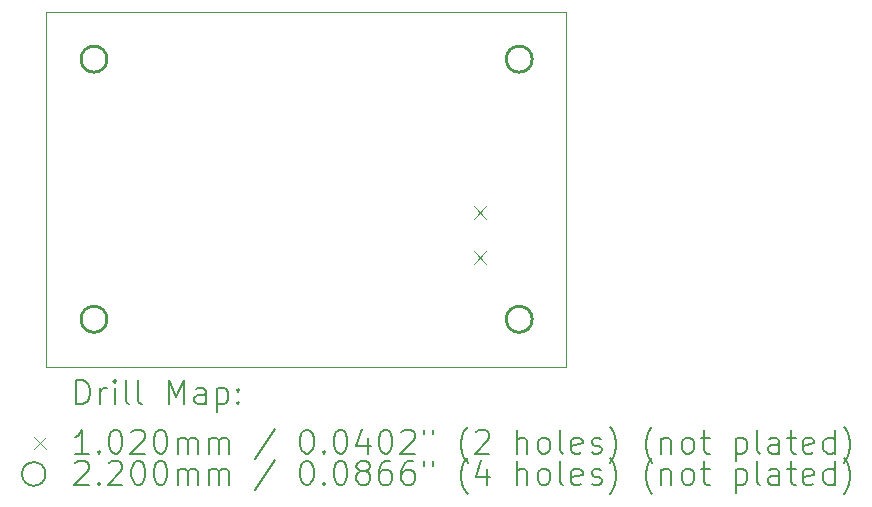
<source format=gbr>
%TF.GenerationSoftware,KiCad,Pcbnew,8.0.2*%
%TF.CreationDate,2025-01-07T01:24:53-05:00*%
%TF.ProjectId,Transimpedence,5472616e-7369-46d7-9065-64656e63652e,rev?*%
%TF.SameCoordinates,Original*%
%TF.FileFunction,Drillmap*%
%TF.FilePolarity,Positive*%
%FSLAX45Y45*%
G04 Gerber Fmt 4.5, Leading zero omitted, Abs format (unit mm)*
G04 Created by KiCad (PCBNEW 8.0.2) date 2025-01-07 01:24:53*
%MOMM*%
%LPD*%
G01*
G04 APERTURE LIST*
%ADD10C,0.100000*%
%ADD11C,0.200000*%
%ADD12C,0.102000*%
%ADD13C,0.220000*%
G04 APERTURE END LIST*
D10*
X1995000Y-2000000D02*
X6395000Y-2000000D01*
X6395000Y-5000000D01*
X1995000Y-5000000D01*
X1995000Y-2000000D01*
D11*
D12*
X5613200Y-3644700D02*
X5715200Y-3746700D01*
X5715200Y-3644700D02*
X5613200Y-3746700D01*
X5613200Y-4025700D02*
X5715200Y-4127700D01*
X5715200Y-4025700D02*
X5613200Y-4127700D01*
D13*
X2510000Y-2397760D02*
G75*
G02*
X2290000Y-2397760I-110000J0D01*
G01*
X2290000Y-2397760D02*
G75*
G02*
X2510000Y-2397760I110000J0D01*
G01*
X2510000Y-4600000D02*
G75*
G02*
X2290000Y-4600000I-110000J0D01*
G01*
X2290000Y-4600000D02*
G75*
G02*
X2510000Y-4600000I110000J0D01*
G01*
X6110000Y-2397760D02*
G75*
G02*
X5890000Y-2397760I-110000J0D01*
G01*
X5890000Y-2397760D02*
G75*
G02*
X6110000Y-2397760I110000J0D01*
G01*
X6110000Y-4600000D02*
G75*
G02*
X5890000Y-4600000I-110000J0D01*
G01*
X5890000Y-4600000D02*
G75*
G02*
X6110000Y-4600000I110000J0D01*
G01*
D11*
X2250777Y-5316484D02*
X2250777Y-5116484D01*
X2250777Y-5116484D02*
X2298396Y-5116484D01*
X2298396Y-5116484D02*
X2326967Y-5126008D01*
X2326967Y-5126008D02*
X2346015Y-5145055D01*
X2346015Y-5145055D02*
X2355539Y-5164103D01*
X2355539Y-5164103D02*
X2365063Y-5202198D01*
X2365063Y-5202198D02*
X2365063Y-5230770D01*
X2365063Y-5230770D02*
X2355539Y-5268865D01*
X2355539Y-5268865D02*
X2346015Y-5287912D01*
X2346015Y-5287912D02*
X2326967Y-5306960D01*
X2326967Y-5306960D02*
X2298396Y-5316484D01*
X2298396Y-5316484D02*
X2250777Y-5316484D01*
X2450777Y-5316484D02*
X2450777Y-5183150D01*
X2450777Y-5221246D02*
X2460301Y-5202198D01*
X2460301Y-5202198D02*
X2469824Y-5192674D01*
X2469824Y-5192674D02*
X2488872Y-5183150D01*
X2488872Y-5183150D02*
X2507920Y-5183150D01*
X2574586Y-5316484D02*
X2574586Y-5183150D01*
X2574586Y-5116484D02*
X2565063Y-5126008D01*
X2565063Y-5126008D02*
X2574586Y-5135531D01*
X2574586Y-5135531D02*
X2584110Y-5126008D01*
X2584110Y-5126008D02*
X2574586Y-5116484D01*
X2574586Y-5116484D02*
X2574586Y-5135531D01*
X2698396Y-5316484D02*
X2679348Y-5306960D01*
X2679348Y-5306960D02*
X2669824Y-5287912D01*
X2669824Y-5287912D02*
X2669824Y-5116484D01*
X2803158Y-5316484D02*
X2784110Y-5306960D01*
X2784110Y-5306960D02*
X2774586Y-5287912D01*
X2774586Y-5287912D02*
X2774586Y-5116484D01*
X3031729Y-5316484D02*
X3031729Y-5116484D01*
X3031729Y-5116484D02*
X3098396Y-5259341D01*
X3098396Y-5259341D02*
X3165062Y-5116484D01*
X3165062Y-5116484D02*
X3165062Y-5316484D01*
X3346015Y-5316484D02*
X3346015Y-5211722D01*
X3346015Y-5211722D02*
X3336491Y-5192674D01*
X3336491Y-5192674D02*
X3317443Y-5183150D01*
X3317443Y-5183150D02*
X3279348Y-5183150D01*
X3279348Y-5183150D02*
X3260301Y-5192674D01*
X3346015Y-5306960D02*
X3326967Y-5316484D01*
X3326967Y-5316484D02*
X3279348Y-5316484D01*
X3279348Y-5316484D02*
X3260301Y-5306960D01*
X3260301Y-5306960D02*
X3250777Y-5287912D01*
X3250777Y-5287912D02*
X3250777Y-5268865D01*
X3250777Y-5268865D02*
X3260301Y-5249817D01*
X3260301Y-5249817D02*
X3279348Y-5240293D01*
X3279348Y-5240293D02*
X3326967Y-5240293D01*
X3326967Y-5240293D02*
X3346015Y-5230770D01*
X3441253Y-5183150D02*
X3441253Y-5383150D01*
X3441253Y-5192674D02*
X3460301Y-5183150D01*
X3460301Y-5183150D02*
X3498396Y-5183150D01*
X3498396Y-5183150D02*
X3517443Y-5192674D01*
X3517443Y-5192674D02*
X3526967Y-5202198D01*
X3526967Y-5202198D02*
X3536491Y-5221246D01*
X3536491Y-5221246D02*
X3536491Y-5278389D01*
X3536491Y-5278389D02*
X3526967Y-5297436D01*
X3526967Y-5297436D02*
X3517443Y-5306960D01*
X3517443Y-5306960D02*
X3498396Y-5316484D01*
X3498396Y-5316484D02*
X3460301Y-5316484D01*
X3460301Y-5316484D02*
X3441253Y-5306960D01*
X3622205Y-5297436D02*
X3631729Y-5306960D01*
X3631729Y-5306960D02*
X3622205Y-5316484D01*
X3622205Y-5316484D02*
X3612682Y-5306960D01*
X3612682Y-5306960D02*
X3622205Y-5297436D01*
X3622205Y-5297436D02*
X3622205Y-5316484D01*
X3622205Y-5192674D02*
X3631729Y-5202198D01*
X3631729Y-5202198D02*
X3622205Y-5211722D01*
X3622205Y-5211722D02*
X3612682Y-5202198D01*
X3612682Y-5202198D02*
X3622205Y-5192674D01*
X3622205Y-5192674D02*
X3622205Y-5211722D01*
D12*
X1888000Y-5594000D02*
X1990000Y-5696000D01*
X1990000Y-5594000D02*
X1888000Y-5696000D01*
D11*
X2355539Y-5736484D02*
X2241253Y-5736484D01*
X2298396Y-5736484D02*
X2298396Y-5536484D01*
X2298396Y-5536484D02*
X2279348Y-5565055D01*
X2279348Y-5565055D02*
X2260301Y-5584103D01*
X2260301Y-5584103D02*
X2241253Y-5593627D01*
X2441253Y-5717436D02*
X2450777Y-5726960D01*
X2450777Y-5726960D02*
X2441253Y-5736484D01*
X2441253Y-5736484D02*
X2431729Y-5726960D01*
X2431729Y-5726960D02*
X2441253Y-5717436D01*
X2441253Y-5717436D02*
X2441253Y-5736484D01*
X2574586Y-5536484D02*
X2593634Y-5536484D01*
X2593634Y-5536484D02*
X2612682Y-5546008D01*
X2612682Y-5546008D02*
X2622205Y-5555531D01*
X2622205Y-5555531D02*
X2631729Y-5574579D01*
X2631729Y-5574579D02*
X2641253Y-5612674D01*
X2641253Y-5612674D02*
X2641253Y-5660293D01*
X2641253Y-5660293D02*
X2631729Y-5698388D01*
X2631729Y-5698388D02*
X2622205Y-5717436D01*
X2622205Y-5717436D02*
X2612682Y-5726960D01*
X2612682Y-5726960D02*
X2593634Y-5736484D01*
X2593634Y-5736484D02*
X2574586Y-5736484D01*
X2574586Y-5736484D02*
X2555539Y-5726960D01*
X2555539Y-5726960D02*
X2546015Y-5717436D01*
X2546015Y-5717436D02*
X2536491Y-5698388D01*
X2536491Y-5698388D02*
X2526967Y-5660293D01*
X2526967Y-5660293D02*
X2526967Y-5612674D01*
X2526967Y-5612674D02*
X2536491Y-5574579D01*
X2536491Y-5574579D02*
X2546015Y-5555531D01*
X2546015Y-5555531D02*
X2555539Y-5546008D01*
X2555539Y-5546008D02*
X2574586Y-5536484D01*
X2717444Y-5555531D02*
X2726967Y-5546008D01*
X2726967Y-5546008D02*
X2746015Y-5536484D01*
X2746015Y-5536484D02*
X2793634Y-5536484D01*
X2793634Y-5536484D02*
X2812682Y-5546008D01*
X2812682Y-5546008D02*
X2822205Y-5555531D01*
X2822205Y-5555531D02*
X2831729Y-5574579D01*
X2831729Y-5574579D02*
X2831729Y-5593627D01*
X2831729Y-5593627D02*
X2822205Y-5622198D01*
X2822205Y-5622198D02*
X2707920Y-5736484D01*
X2707920Y-5736484D02*
X2831729Y-5736484D01*
X2955539Y-5536484D02*
X2974586Y-5536484D01*
X2974586Y-5536484D02*
X2993634Y-5546008D01*
X2993634Y-5546008D02*
X3003158Y-5555531D01*
X3003158Y-5555531D02*
X3012682Y-5574579D01*
X3012682Y-5574579D02*
X3022205Y-5612674D01*
X3022205Y-5612674D02*
X3022205Y-5660293D01*
X3022205Y-5660293D02*
X3012682Y-5698388D01*
X3012682Y-5698388D02*
X3003158Y-5717436D01*
X3003158Y-5717436D02*
X2993634Y-5726960D01*
X2993634Y-5726960D02*
X2974586Y-5736484D01*
X2974586Y-5736484D02*
X2955539Y-5736484D01*
X2955539Y-5736484D02*
X2936491Y-5726960D01*
X2936491Y-5726960D02*
X2926967Y-5717436D01*
X2926967Y-5717436D02*
X2917443Y-5698388D01*
X2917443Y-5698388D02*
X2907920Y-5660293D01*
X2907920Y-5660293D02*
X2907920Y-5612674D01*
X2907920Y-5612674D02*
X2917443Y-5574579D01*
X2917443Y-5574579D02*
X2926967Y-5555531D01*
X2926967Y-5555531D02*
X2936491Y-5546008D01*
X2936491Y-5546008D02*
X2955539Y-5536484D01*
X3107920Y-5736484D02*
X3107920Y-5603150D01*
X3107920Y-5622198D02*
X3117443Y-5612674D01*
X3117443Y-5612674D02*
X3136491Y-5603150D01*
X3136491Y-5603150D02*
X3165063Y-5603150D01*
X3165063Y-5603150D02*
X3184110Y-5612674D01*
X3184110Y-5612674D02*
X3193634Y-5631722D01*
X3193634Y-5631722D02*
X3193634Y-5736484D01*
X3193634Y-5631722D02*
X3203158Y-5612674D01*
X3203158Y-5612674D02*
X3222205Y-5603150D01*
X3222205Y-5603150D02*
X3250777Y-5603150D01*
X3250777Y-5603150D02*
X3269824Y-5612674D01*
X3269824Y-5612674D02*
X3279348Y-5631722D01*
X3279348Y-5631722D02*
X3279348Y-5736484D01*
X3374586Y-5736484D02*
X3374586Y-5603150D01*
X3374586Y-5622198D02*
X3384110Y-5612674D01*
X3384110Y-5612674D02*
X3403158Y-5603150D01*
X3403158Y-5603150D02*
X3431729Y-5603150D01*
X3431729Y-5603150D02*
X3450777Y-5612674D01*
X3450777Y-5612674D02*
X3460301Y-5631722D01*
X3460301Y-5631722D02*
X3460301Y-5736484D01*
X3460301Y-5631722D02*
X3469824Y-5612674D01*
X3469824Y-5612674D02*
X3488872Y-5603150D01*
X3488872Y-5603150D02*
X3517443Y-5603150D01*
X3517443Y-5603150D02*
X3536491Y-5612674D01*
X3536491Y-5612674D02*
X3546015Y-5631722D01*
X3546015Y-5631722D02*
X3546015Y-5736484D01*
X3936491Y-5526960D02*
X3765063Y-5784103D01*
X4193634Y-5536484D02*
X4212682Y-5536484D01*
X4212682Y-5536484D02*
X4231729Y-5546008D01*
X4231729Y-5546008D02*
X4241253Y-5555531D01*
X4241253Y-5555531D02*
X4250777Y-5574579D01*
X4250777Y-5574579D02*
X4260301Y-5612674D01*
X4260301Y-5612674D02*
X4260301Y-5660293D01*
X4260301Y-5660293D02*
X4250777Y-5698388D01*
X4250777Y-5698388D02*
X4241253Y-5717436D01*
X4241253Y-5717436D02*
X4231729Y-5726960D01*
X4231729Y-5726960D02*
X4212682Y-5736484D01*
X4212682Y-5736484D02*
X4193634Y-5736484D01*
X4193634Y-5736484D02*
X4174586Y-5726960D01*
X4174586Y-5726960D02*
X4165063Y-5717436D01*
X4165063Y-5717436D02*
X4155539Y-5698388D01*
X4155539Y-5698388D02*
X4146015Y-5660293D01*
X4146015Y-5660293D02*
X4146015Y-5612674D01*
X4146015Y-5612674D02*
X4155539Y-5574579D01*
X4155539Y-5574579D02*
X4165063Y-5555531D01*
X4165063Y-5555531D02*
X4174586Y-5546008D01*
X4174586Y-5546008D02*
X4193634Y-5536484D01*
X4346015Y-5717436D02*
X4355539Y-5726960D01*
X4355539Y-5726960D02*
X4346015Y-5736484D01*
X4346015Y-5736484D02*
X4336491Y-5726960D01*
X4336491Y-5726960D02*
X4346015Y-5717436D01*
X4346015Y-5717436D02*
X4346015Y-5736484D01*
X4479348Y-5536484D02*
X4498396Y-5536484D01*
X4498396Y-5536484D02*
X4517444Y-5546008D01*
X4517444Y-5546008D02*
X4526968Y-5555531D01*
X4526968Y-5555531D02*
X4536491Y-5574579D01*
X4536491Y-5574579D02*
X4546015Y-5612674D01*
X4546015Y-5612674D02*
X4546015Y-5660293D01*
X4546015Y-5660293D02*
X4536491Y-5698388D01*
X4536491Y-5698388D02*
X4526968Y-5717436D01*
X4526968Y-5717436D02*
X4517444Y-5726960D01*
X4517444Y-5726960D02*
X4498396Y-5736484D01*
X4498396Y-5736484D02*
X4479348Y-5736484D01*
X4479348Y-5736484D02*
X4460301Y-5726960D01*
X4460301Y-5726960D02*
X4450777Y-5717436D01*
X4450777Y-5717436D02*
X4441253Y-5698388D01*
X4441253Y-5698388D02*
X4431729Y-5660293D01*
X4431729Y-5660293D02*
X4431729Y-5612674D01*
X4431729Y-5612674D02*
X4441253Y-5574579D01*
X4441253Y-5574579D02*
X4450777Y-5555531D01*
X4450777Y-5555531D02*
X4460301Y-5546008D01*
X4460301Y-5546008D02*
X4479348Y-5536484D01*
X4717444Y-5603150D02*
X4717444Y-5736484D01*
X4669825Y-5526960D02*
X4622206Y-5669817D01*
X4622206Y-5669817D02*
X4746015Y-5669817D01*
X4860301Y-5536484D02*
X4879349Y-5536484D01*
X4879349Y-5536484D02*
X4898396Y-5546008D01*
X4898396Y-5546008D02*
X4907920Y-5555531D01*
X4907920Y-5555531D02*
X4917444Y-5574579D01*
X4917444Y-5574579D02*
X4926968Y-5612674D01*
X4926968Y-5612674D02*
X4926968Y-5660293D01*
X4926968Y-5660293D02*
X4917444Y-5698388D01*
X4917444Y-5698388D02*
X4907920Y-5717436D01*
X4907920Y-5717436D02*
X4898396Y-5726960D01*
X4898396Y-5726960D02*
X4879349Y-5736484D01*
X4879349Y-5736484D02*
X4860301Y-5736484D01*
X4860301Y-5736484D02*
X4841253Y-5726960D01*
X4841253Y-5726960D02*
X4831729Y-5717436D01*
X4831729Y-5717436D02*
X4822206Y-5698388D01*
X4822206Y-5698388D02*
X4812682Y-5660293D01*
X4812682Y-5660293D02*
X4812682Y-5612674D01*
X4812682Y-5612674D02*
X4822206Y-5574579D01*
X4822206Y-5574579D02*
X4831729Y-5555531D01*
X4831729Y-5555531D02*
X4841253Y-5546008D01*
X4841253Y-5546008D02*
X4860301Y-5536484D01*
X5003158Y-5555531D02*
X5012682Y-5546008D01*
X5012682Y-5546008D02*
X5031729Y-5536484D01*
X5031729Y-5536484D02*
X5079349Y-5536484D01*
X5079349Y-5536484D02*
X5098396Y-5546008D01*
X5098396Y-5546008D02*
X5107920Y-5555531D01*
X5107920Y-5555531D02*
X5117444Y-5574579D01*
X5117444Y-5574579D02*
X5117444Y-5593627D01*
X5117444Y-5593627D02*
X5107920Y-5622198D01*
X5107920Y-5622198D02*
X4993634Y-5736484D01*
X4993634Y-5736484D02*
X5117444Y-5736484D01*
X5193634Y-5536484D02*
X5193634Y-5574579D01*
X5269825Y-5536484D02*
X5269825Y-5574579D01*
X5565063Y-5812674D02*
X5555539Y-5803150D01*
X5555539Y-5803150D02*
X5536491Y-5774579D01*
X5536491Y-5774579D02*
X5526968Y-5755531D01*
X5526968Y-5755531D02*
X5517444Y-5726960D01*
X5517444Y-5726960D02*
X5507920Y-5679341D01*
X5507920Y-5679341D02*
X5507920Y-5641246D01*
X5507920Y-5641246D02*
X5517444Y-5593627D01*
X5517444Y-5593627D02*
X5526968Y-5565055D01*
X5526968Y-5565055D02*
X5536491Y-5546008D01*
X5536491Y-5546008D02*
X5555539Y-5517436D01*
X5555539Y-5517436D02*
X5565063Y-5507912D01*
X5631729Y-5555531D02*
X5641253Y-5546008D01*
X5641253Y-5546008D02*
X5660301Y-5536484D01*
X5660301Y-5536484D02*
X5707920Y-5536484D01*
X5707920Y-5536484D02*
X5726968Y-5546008D01*
X5726968Y-5546008D02*
X5736491Y-5555531D01*
X5736491Y-5555531D02*
X5746015Y-5574579D01*
X5746015Y-5574579D02*
X5746015Y-5593627D01*
X5746015Y-5593627D02*
X5736491Y-5622198D01*
X5736491Y-5622198D02*
X5622206Y-5736484D01*
X5622206Y-5736484D02*
X5746015Y-5736484D01*
X5984110Y-5736484D02*
X5984110Y-5536484D01*
X6069825Y-5736484D02*
X6069825Y-5631722D01*
X6069825Y-5631722D02*
X6060301Y-5612674D01*
X6060301Y-5612674D02*
X6041253Y-5603150D01*
X6041253Y-5603150D02*
X6012682Y-5603150D01*
X6012682Y-5603150D02*
X5993634Y-5612674D01*
X5993634Y-5612674D02*
X5984110Y-5622198D01*
X6193634Y-5736484D02*
X6174587Y-5726960D01*
X6174587Y-5726960D02*
X6165063Y-5717436D01*
X6165063Y-5717436D02*
X6155539Y-5698388D01*
X6155539Y-5698388D02*
X6155539Y-5641246D01*
X6155539Y-5641246D02*
X6165063Y-5622198D01*
X6165063Y-5622198D02*
X6174587Y-5612674D01*
X6174587Y-5612674D02*
X6193634Y-5603150D01*
X6193634Y-5603150D02*
X6222206Y-5603150D01*
X6222206Y-5603150D02*
X6241253Y-5612674D01*
X6241253Y-5612674D02*
X6250777Y-5622198D01*
X6250777Y-5622198D02*
X6260301Y-5641246D01*
X6260301Y-5641246D02*
X6260301Y-5698388D01*
X6260301Y-5698388D02*
X6250777Y-5717436D01*
X6250777Y-5717436D02*
X6241253Y-5726960D01*
X6241253Y-5726960D02*
X6222206Y-5736484D01*
X6222206Y-5736484D02*
X6193634Y-5736484D01*
X6374587Y-5736484D02*
X6355539Y-5726960D01*
X6355539Y-5726960D02*
X6346015Y-5707912D01*
X6346015Y-5707912D02*
X6346015Y-5536484D01*
X6526968Y-5726960D02*
X6507920Y-5736484D01*
X6507920Y-5736484D02*
X6469825Y-5736484D01*
X6469825Y-5736484D02*
X6450777Y-5726960D01*
X6450777Y-5726960D02*
X6441253Y-5707912D01*
X6441253Y-5707912D02*
X6441253Y-5631722D01*
X6441253Y-5631722D02*
X6450777Y-5612674D01*
X6450777Y-5612674D02*
X6469825Y-5603150D01*
X6469825Y-5603150D02*
X6507920Y-5603150D01*
X6507920Y-5603150D02*
X6526968Y-5612674D01*
X6526968Y-5612674D02*
X6536491Y-5631722D01*
X6536491Y-5631722D02*
X6536491Y-5650769D01*
X6536491Y-5650769D02*
X6441253Y-5669817D01*
X6612682Y-5726960D02*
X6631730Y-5736484D01*
X6631730Y-5736484D02*
X6669825Y-5736484D01*
X6669825Y-5736484D02*
X6688872Y-5726960D01*
X6688872Y-5726960D02*
X6698396Y-5707912D01*
X6698396Y-5707912D02*
X6698396Y-5698388D01*
X6698396Y-5698388D02*
X6688872Y-5679341D01*
X6688872Y-5679341D02*
X6669825Y-5669817D01*
X6669825Y-5669817D02*
X6641253Y-5669817D01*
X6641253Y-5669817D02*
X6622206Y-5660293D01*
X6622206Y-5660293D02*
X6612682Y-5641246D01*
X6612682Y-5641246D02*
X6612682Y-5631722D01*
X6612682Y-5631722D02*
X6622206Y-5612674D01*
X6622206Y-5612674D02*
X6641253Y-5603150D01*
X6641253Y-5603150D02*
X6669825Y-5603150D01*
X6669825Y-5603150D02*
X6688872Y-5612674D01*
X6765063Y-5812674D02*
X6774587Y-5803150D01*
X6774587Y-5803150D02*
X6793634Y-5774579D01*
X6793634Y-5774579D02*
X6803158Y-5755531D01*
X6803158Y-5755531D02*
X6812682Y-5726960D01*
X6812682Y-5726960D02*
X6822206Y-5679341D01*
X6822206Y-5679341D02*
X6822206Y-5641246D01*
X6822206Y-5641246D02*
X6812682Y-5593627D01*
X6812682Y-5593627D02*
X6803158Y-5565055D01*
X6803158Y-5565055D02*
X6793634Y-5546008D01*
X6793634Y-5546008D02*
X6774587Y-5517436D01*
X6774587Y-5517436D02*
X6765063Y-5507912D01*
X7126968Y-5812674D02*
X7117444Y-5803150D01*
X7117444Y-5803150D02*
X7098396Y-5774579D01*
X7098396Y-5774579D02*
X7088872Y-5755531D01*
X7088872Y-5755531D02*
X7079349Y-5726960D01*
X7079349Y-5726960D02*
X7069825Y-5679341D01*
X7069825Y-5679341D02*
X7069825Y-5641246D01*
X7069825Y-5641246D02*
X7079349Y-5593627D01*
X7079349Y-5593627D02*
X7088872Y-5565055D01*
X7088872Y-5565055D02*
X7098396Y-5546008D01*
X7098396Y-5546008D02*
X7117444Y-5517436D01*
X7117444Y-5517436D02*
X7126968Y-5507912D01*
X7203158Y-5603150D02*
X7203158Y-5736484D01*
X7203158Y-5622198D02*
X7212682Y-5612674D01*
X7212682Y-5612674D02*
X7231730Y-5603150D01*
X7231730Y-5603150D02*
X7260301Y-5603150D01*
X7260301Y-5603150D02*
X7279349Y-5612674D01*
X7279349Y-5612674D02*
X7288872Y-5631722D01*
X7288872Y-5631722D02*
X7288872Y-5736484D01*
X7412682Y-5736484D02*
X7393634Y-5726960D01*
X7393634Y-5726960D02*
X7384111Y-5717436D01*
X7384111Y-5717436D02*
X7374587Y-5698388D01*
X7374587Y-5698388D02*
X7374587Y-5641246D01*
X7374587Y-5641246D02*
X7384111Y-5622198D01*
X7384111Y-5622198D02*
X7393634Y-5612674D01*
X7393634Y-5612674D02*
X7412682Y-5603150D01*
X7412682Y-5603150D02*
X7441253Y-5603150D01*
X7441253Y-5603150D02*
X7460301Y-5612674D01*
X7460301Y-5612674D02*
X7469825Y-5622198D01*
X7469825Y-5622198D02*
X7479349Y-5641246D01*
X7479349Y-5641246D02*
X7479349Y-5698388D01*
X7479349Y-5698388D02*
X7469825Y-5717436D01*
X7469825Y-5717436D02*
X7460301Y-5726960D01*
X7460301Y-5726960D02*
X7441253Y-5736484D01*
X7441253Y-5736484D02*
X7412682Y-5736484D01*
X7536492Y-5603150D02*
X7612682Y-5603150D01*
X7565063Y-5536484D02*
X7565063Y-5707912D01*
X7565063Y-5707912D02*
X7574587Y-5726960D01*
X7574587Y-5726960D02*
X7593634Y-5736484D01*
X7593634Y-5736484D02*
X7612682Y-5736484D01*
X7831730Y-5603150D02*
X7831730Y-5803150D01*
X7831730Y-5612674D02*
X7850777Y-5603150D01*
X7850777Y-5603150D02*
X7888873Y-5603150D01*
X7888873Y-5603150D02*
X7907920Y-5612674D01*
X7907920Y-5612674D02*
X7917444Y-5622198D01*
X7917444Y-5622198D02*
X7926968Y-5641246D01*
X7926968Y-5641246D02*
X7926968Y-5698388D01*
X7926968Y-5698388D02*
X7917444Y-5717436D01*
X7917444Y-5717436D02*
X7907920Y-5726960D01*
X7907920Y-5726960D02*
X7888873Y-5736484D01*
X7888873Y-5736484D02*
X7850777Y-5736484D01*
X7850777Y-5736484D02*
X7831730Y-5726960D01*
X8041253Y-5736484D02*
X8022206Y-5726960D01*
X8022206Y-5726960D02*
X8012682Y-5707912D01*
X8012682Y-5707912D02*
X8012682Y-5536484D01*
X8203158Y-5736484D02*
X8203158Y-5631722D01*
X8203158Y-5631722D02*
X8193634Y-5612674D01*
X8193634Y-5612674D02*
X8174587Y-5603150D01*
X8174587Y-5603150D02*
X8136492Y-5603150D01*
X8136492Y-5603150D02*
X8117444Y-5612674D01*
X8203158Y-5726960D02*
X8184111Y-5736484D01*
X8184111Y-5736484D02*
X8136492Y-5736484D01*
X8136492Y-5736484D02*
X8117444Y-5726960D01*
X8117444Y-5726960D02*
X8107920Y-5707912D01*
X8107920Y-5707912D02*
X8107920Y-5688865D01*
X8107920Y-5688865D02*
X8117444Y-5669817D01*
X8117444Y-5669817D02*
X8136492Y-5660293D01*
X8136492Y-5660293D02*
X8184111Y-5660293D01*
X8184111Y-5660293D02*
X8203158Y-5650769D01*
X8269825Y-5603150D02*
X8346015Y-5603150D01*
X8298396Y-5536484D02*
X8298396Y-5707912D01*
X8298396Y-5707912D02*
X8307920Y-5726960D01*
X8307920Y-5726960D02*
X8326968Y-5736484D01*
X8326968Y-5736484D02*
X8346015Y-5736484D01*
X8488873Y-5726960D02*
X8469825Y-5736484D01*
X8469825Y-5736484D02*
X8431730Y-5736484D01*
X8431730Y-5736484D02*
X8412682Y-5726960D01*
X8412682Y-5726960D02*
X8403158Y-5707912D01*
X8403158Y-5707912D02*
X8403158Y-5631722D01*
X8403158Y-5631722D02*
X8412682Y-5612674D01*
X8412682Y-5612674D02*
X8431730Y-5603150D01*
X8431730Y-5603150D02*
X8469825Y-5603150D01*
X8469825Y-5603150D02*
X8488873Y-5612674D01*
X8488873Y-5612674D02*
X8498396Y-5631722D01*
X8498396Y-5631722D02*
X8498396Y-5650769D01*
X8498396Y-5650769D02*
X8403158Y-5669817D01*
X8669825Y-5736484D02*
X8669825Y-5536484D01*
X8669825Y-5726960D02*
X8650777Y-5736484D01*
X8650777Y-5736484D02*
X8612682Y-5736484D01*
X8612682Y-5736484D02*
X8593635Y-5726960D01*
X8593635Y-5726960D02*
X8584111Y-5717436D01*
X8584111Y-5717436D02*
X8574587Y-5698388D01*
X8574587Y-5698388D02*
X8574587Y-5641246D01*
X8574587Y-5641246D02*
X8584111Y-5622198D01*
X8584111Y-5622198D02*
X8593635Y-5612674D01*
X8593635Y-5612674D02*
X8612682Y-5603150D01*
X8612682Y-5603150D02*
X8650777Y-5603150D01*
X8650777Y-5603150D02*
X8669825Y-5612674D01*
X8746016Y-5812674D02*
X8755539Y-5803150D01*
X8755539Y-5803150D02*
X8774587Y-5774579D01*
X8774587Y-5774579D02*
X8784111Y-5755531D01*
X8784111Y-5755531D02*
X8793635Y-5726960D01*
X8793635Y-5726960D02*
X8803158Y-5679341D01*
X8803158Y-5679341D02*
X8803158Y-5641246D01*
X8803158Y-5641246D02*
X8793635Y-5593627D01*
X8793635Y-5593627D02*
X8784111Y-5565055D01*
X8784111Y-5565055D02*
X8774587Y-5546008D01*
X8774587Y-5546008D02*
X8755539Y-5517436D01*
X8755539Y-5517436D02*
X8746016Y-5507912D01*
X1990000Y-5909000D02*
G75*
G02*
X1790000Y-5909000I-100000J0D01*
G01*
X1790000Y-5909000D02*
G75*
G02*
X1990000Y-5909000I100000J0D01*
G01*
X2241253Y-5819531D02*
X2250777Y-5810008D01*
X2250777Y-5810008D02*
X2269824Y-5800484D01*
X2269824Y-5800484D02*
X2317444Y-5800484D01*
X2317444Y-5800484D02*
X2336491Y-5810008D01*
X2336491Y-5810008D02*
X2346015Y-5819531D01*
X2346015Y-5819531D02*
X2355539Y-5838579D01*
X2355539Y-5838579D02*
X2355539Y-5857627D01*
X2355539Y-5857627D02*
X2346015Y-5886198D01*
X2346015Y-5886198D02*
X2231729Y-6000484D01*
X2231729Y-6000484D02*
X2355539Y-6000484D01*
X2441253Y-5981436D02*
X2450777Y-5990960D01*
X2450777Y-5990960D02*
X2441253Y-6000484D01*
X2441253Y-6000484D02*
X2431729Y-5990960D01*
X2431729Y-5990960D02*
X2441253Y-5981436D01*
X2441253Y-5981436D02*
X2441253Y-6000484D01*
X2526967Y-5819531D02*
X2536491Y-5810008D01*
X2536491Y-5810008D02*
X2555539Y-5800484D01*
X2555539Y-5800484D02*
X2603158Y-5800484D01*
X2603158Y-5800484D02*
X2622205Y-5810008D01*
X2622205Y-5810008D02*
X2631729Y-5819531D01*
X2631729Y-5819531D02*
X2641253Y-5838579D01*
X2641253Y-5838579D02*
X2641253Y-5857627D01*
X2641253Y-5857627D02*
X2631729Y-5886198D01*
X2631729Y-5886198D02*
X2517444Y-6000484D01*
X2517444Y-6000484D02*
X2641253Y-6000484D01*
X2765063Y-5800484D02*
X2784110Y-5800484D01*
X2784110Y-5800484D02*
X2803158Y-5810008D01*
X2803158Y-5810008D02*
X2812682Y-5819531D01*
X2812682Y-5819531D02*
X2822205Y-5838579D01*
X2822205Y-5838579D02*
X2831729Y-5876674D01*
X2831729Y-5876674D02*
X2831729Y-5924293D01*
X2831729Y-5924293D02*
X2822205Y-5962388D01*
X2822205Y-5962388D02*
X2812682Y-5981436D01*
X2812682Y-5981436D02*
X2803158Y-5990960D01*
X2803158Y-5990960D02*
X2784110Y-6000484D01*
X2784110Y-6000484D02*
X2765063Y-6000484D01*
X2765063Y-6000484D02*
X2746015Y-5990960D01*
X2746015Y-5990960D02*
X2736491Y-5981436D01*
X2736491Y-5981436D02*
X2726967Y-5962388D01*
X2726967Y-5962388D02*
X2717444Y-5924293D01*
X2717444Y-5924293D02*
X2717444Y-5876674D01*
X2717444Y-5876674D02*
X2726967Y-5838579D01*
X2726967Y-5838579D02*
X2736491Y-5819531D01*
X2736491Y-5819531D02*
X2746015Y-5810008D01*
X2746015Y-5810008D02*
X2765063Y-5800484D01*
X2955539Y-5800484D02*
X2974586Y-5800484D01*
X2974586Y-5800484D02*
X2993634Y-5810008D01*
X2993634Y-5810008D02*
X3003158Y-5819531D01*
X3003158Y-5819531D02*
X3012682Y-5838579D01*
X3012682Y-5838579D02*
X3022205Y-5876674D01*
X3022205Y-5876674D02*
X3022205Y-5924293D01*
X3022205Y-5924293D02*
X3012682Y-5962388D01*
X3012682Y-5962388D02*
X3003158Y-5981436D01*
X3003158Y-5981436D02*
X2993634Y-5990960D01*
X2993634Y-5990960D02*
X2974586Y-6000484D01*
X2974586Y-6000484D02*
X2955539Y-6000484D01*
X2955539Y-6000484D02*
X2936491Y-5990960D01*
X2936491Y-5990960D02*
X2926967Y-5981436D01*
X2926967Y-5981436D02*
X2917443Y-5962388D01*
X2917443Y-5962388D02*
X2907920Y-5924293D01*
X2907920Y-5924293D02*
X2907920Y-5876674D01*
X2907920Y-5876674D02*
X2917443Y-5838579D01*
X2917443Y-5838579D02*
X2926967Y-5819531D01*
X2926967Y-5819531D02*
X2936491Y-5810008D01*
X2936491Y-5810008D02*
X2955539Y-5800484D01*
X3107920Y-6000484D02*
X3107920Y-5867150D01*
X3107920Y-5886198D02*
X3117443Y-5876674D01*
X3117443Y-5876674D02*
X3136491Y-5867150D01*
X3136491Y-5867150D02*
X3165063Y-5867150D01*
X3165063Y-5867150D02*
X3184110Y-5876674D01*
X3184110Y-5876674D02*
X3193634Y-5895722D01*
X3193634Y-5895722D02*
X3193634Y-6000484D01*
X3193634Y-5895722D02*
X3203158Y-5876674D01*
X3203158Y-5876674D02*
X3222205Y-5867150D01*
X3222205Y-5867150D02*
X3250777Y-5867150D01*
X3250777Y-5867150D02*
X3269824Y-5876674D01*
X3269824Y-5876674D02*
X3279348Y-5895722D01*
X3279348Y-5895722D02*
X3279348Y-6000484D01*
X3374586Y-6000484D02*
X3374586Y-5867150D01*
X3374586Y-5886198D02*
X3384110Y-5876674D01*
X3384110Y-5876674D02*
X3403158Y-5867150D01*
X3403158Y-5867150D02*
X3431729Y-5867150D01*
X3431729Y-5867150D02*
X3450777Y-5876674D01*
X3450777Y-5876674D02*
X3460301Y-5895722D01*
X3460301Y-5895722D02*
X3460301Y-6000484D01*
X3460301Y-5895722D02*
X3469824Y-5876674D01*
X3469824Y-5876674D02*
X3488872Y-5867150D01*
X3488872Y-5867150D02*
X3517443Y-5867150D01*
X3517443Y-5867150D02*
X3536491Y-5876674D01*
X3536491Y-5876674D02*
X3546015Y-5895722D01*
X3546015Y-5895722D02*
X3546015Y-6000484D01*
X3936491Y-5790960D02*
X3765063Y-6048103D01*
X4193634Y-5800484D02*
X4212682Y-5800484D01*
X4212682Y-5800484D02*
X4231729Y-5810008D01*
X4231729Y-5810008D02*
X4241253Y-5819531D01*
X4241253Y-5819531D02*
X4250777Y-5838579D01*
X4250777Y-5838579D02*
X4260301Y-5876674D01*
X4260301Y-5876674D02*
X4260301Y-5924293D01*
X4260301Y-5924293D02*
X4250777Y-5962388D01*
X4250777Y-5962388D02*
X4241253Y-5981436D01*
X4241253Y-5981436D02*
X4231729Y-5990960D01*
X4231729Y-5990960D02*
X4212682Y-6000484D01*
X4212682Y-6000484D02*
X4193634Y-6000484D01*
X4193634Y-6000484D02*
X4174586Y-5990960D01*
X4174586Y-5990960D02*
X4165063Y-5981436D01*
X4165063Y-5981436D02*
X4155539Y-5962388D01*
X4155539Y-5962388D02*
X4146015Y-5924293D01*
X4146015Y-5924293D02*
X4146015Y-5876674D01*
X4146015Y-5876674D02*
X4155539Y-5838579D01*
X4155539Y-5838579D02*
X4165063Y-5819531D01*
X4165063Y-5819531D02*
X4174586Y-5810008D01*
X4174586Y-5810008D02*
X4193634Y-5800484D01*
X4346015Y-5981436D02*
X4355539Y-5990960D01*
X4355539Y-5990960D02*
X4346015Y-6000484D01*
X4346015Y-6000484D02*
X4336491Y-5990960D01*
X4336491Y-5990960D02*
X4346015Y-5981436D01*
X4346015Y-5981436D02*
X4346015Y-6000484D01*
X4479348Y-5800484D02*
X4498396Y-5800484D01*
X4498396Y-5800484D02*
X4517444Y-5810008D01*
X4517444Y-5810008D02*
X4526968Y-5819531D01*
X4526968Y-5819531D02*
X4536491Y-5838579D01*
X4536491Y-5838579D02*
X4546015Y-5876674D01*
X4546015Y-5876674D02*
X4546015Y-5924293D01*
X4546015Y-5924293D02*
X4536491Y-5962388D01*
X4536491Y-5962388D02*
X4526968Y-5981436D01*
X4526968Y-5981436D02*
X4517444Y-5990960D01*
X4517444Y-5990960D02*
X4498396Y-6000484D01*
X4498396Y-6000484D02*
X4479348Y-6000484D01*
X4479348Y-6000484D02*
X4460301Y-5990960D01*
X4460301Y-5990960D02*
X4450777Y-5981436D01*
X4450777Y-5981436D02*
X4441253Y-5962388D01*
X4441253Y-5962388D02*
X4431729Y-5924293D01*
X4431729Y-5924293D02*
X4431729Y-5876674D01*
X4431729Y-5876674D02*
X4441253Y-5838579D01*
X4441253Y-5838579D02*
X4450777Y-5819531D01*
X4450777Y-5819531D02*
X4460301Y-5810008D01*
X4460301Y-5810008D02*
X4479348Y-5800484D01*
X4660301Y-5886198D02*
X4641253Y-5876674D01*
X4641253Y-5876674D02*
X4631729Y-5867150D01*
X4631729Y-5867150D02*
X4622206Y-5848103D01*
X4622206Y-5848103D02*
X4622206Y-5838579D01*
X4622206Y-5838579D02*
X4631729Y-5819531D01*
X4631729Y-5819531D02*
X4641253Y-5810008D01*
X4641253Y-5810008D02*
X4660301Y-5800484D01*
X4660301Y-5800484D02*
X4698396Y-5800484D01*
X4698396Y-5800484D02*
X4717444Y-5810008D01*
X4717444Y-5810008D02*
X4726968Y-5819531D01*
X4726968Y-5819531D02*
X4736491Y-5838579D01*
X4736491Y-5838579D02*
X4736491Y-5848103D01*
X4736491Y-5848103D02*
X4726968Y-5867150D01*
X4726968Y-5867150D02*
X4717444Y-5876674D01*
X4717444Y-5876674D02*
X4698396Y-5886198D01*
X4698396Y-5886198D02*
X4660301Y-5886198D01*
X4660301Y-5886198D02*
X4641253Y-5895722D01*
X4641253Y-5895722D02*
X4631729Y-5905246D01*
X4631729Y-5905246D02*
X4622206Y-5924293D01*
X4622206Y-5924293D02*
X4622206Y-5962388D01*
X4622206Y-5962388D02*
X4631729Y-5981436D01*
X4631729Y-5981436D02*
X4641253Y-5990960D01*
X4641253Y-5990960D02*
X4660301Y-6000484D01*
X4660301Y-6000484D02*
X4698396Y-6000484D01*
X4698396Y-6000484D02*
X4717444Y-5990960D01*
X4717444Y-5990960D02*
X4726968Y-5981436D01*
X4726968Y-5981436D02*
X4736491Y-5962388D01*
X4736491Y-5962388D02*
X4736491Y-5924293D01*
X4736491Y-5924293D02*
X4726968Y-5905246D01*
X4726968Y-5905246D02*
X4717444Y-5895722D01*
X4717444Y-5895722D02*
X4698396Y-5886198D01*
X4907920Y-5800484D02*
X4869825Y-5800484D01*
X4869825Y-5800484D02*
X4850777Y-5810008D01*
X4850777Y-5810008D02*
X4841253Y-5819531D01*
X4841253Y-5819531D02*
X4822206Y-5848103D01*
X4822206Y-5848103D02*
X4812682Y-5886198D01*
X4812682Y-5886198D02*
X4812682Y-5962388D01*
X4812682Y-5962388D02*
X4822206Y-5981436D01*
X4822206Y-5981436D02*
X4831729Y-5990960D01*
X4831729Y-5990960D02*
X4850777Y-6000484D01*
X4850777Y-6000484D02*
X4888872Y-6000484D01*
X4888872Y-6000484D02*
X4907920Y-5990960D01*
X4907920Y-5990960D02*
X4917444Y-5981436D01*
X4917444Y-5981436D02*
X4926968Y-5962388D01*
X4926968Y-5962388D02*
X4926968Y-5914769D01*
X4926968Y-5914769D02*
X4917444Y-5895722D01*
X4917444Y-5895722D02*
X4907920Y-5886198D01*
X4907920Y-5886198D02*
X4888872Y-5876674D01*
X4888872Y-5876674D02*
X4850777Y-5876674D01*
X4850777Y-5876674D02*
X4831729Y-5886198D01*
X4831729Y-5886198D02*
X4822206Y-5895722D01*
X4822206Y-5895722D02*
X4812682Y-5914769D01*
X5098396Y-5800484D02*
X5060301Y-5800484D01*
X5060301Y-5800484D02*
X5041253Y-5810008D01*
X5041253Y-5810008D02*
X5031729Y-5819531D01*
X5031729Y-5819531D02*
X5012682Y-5848103D01*
X5012682Y-5848103D02*
X5003158Y-5886198D01*
X5003158Y-5886198D02*
X5003158Y-5962388D01*
X5003158Y-5962388D02*
X5012682Y-5981436D01*
X5012682Y-5981436D02*
X5022206Y-5990960D01*
X5022206Y-5990960D02*
X5041253Y-6000484D01*
X5041253Y-6000484D02*
X5079349Y-6000484D01*
X5079349Y-6000484D02*
X5098396Y-5990960D01*
X5098396Y-5990960D02*
X5107920Y-5981436D01*
X5107920Y-5981436D02*
X5117444Y-5962388D01*
X5117444Y-5962388D02*
X5117444Y-5914769D01*
X5117444Y-5914769D02*
X5107920Y-5895722D01*
X5107920Y-5895722D02*
X5098396Y-5886198D01*
X5098396Y-5886198D02*
X5079349Y-5876674D01*
X5079349Y-5876674D02*
X5041253Y-5876674D01*
X5041253Y-5876674D02*
X5022206Y-5886198D01*
X5022206Y-5886198D02*
X5012682Y-5895722D01*
X5012682Y-5895722D02*
X5003158Y-5914769D01*
X5193634Y-5800484D02*
X5193634Y-5838579D01*
X5269825Y-5800484D02*
X5269825Y-5838579D01*
X5565063Y-6076674D02*
X5555539Y-6067150D01*
X5555539Y-6067150D02*
X5536491Y-6038579D01*
X5536491Y-6038579D02*
X5526968Y-6019531D01*
X5526968Y-6019531D02*
X5517444Y-5990960D01*
X5517444Y-5990960D02*
X5507920Y-5943341D01*
X5507920Y-5943341D02*
X5507920Y-5905246D01*
X5507920Y-5905246D02*
X5517444Y-5857627D01*
X5517444Y-5857627D02*
X5526968Y-5829055D01*
X5526968Y-5829055D02*
X5536491Y-5810008D01*
X5536491Y-5810008D02*
X5555539Y-5781436D01*
X5555539Y-5781436D02*
X5565063Y-5771912D01*
X5726968Y-5867150D02*
X5726968Y-6000484D01*
X5679348Y-5790960D02*
X5631729Y-5933817D01*
X5631729Y-5933817D02*
X5755539Y-5933817D01*
X5984110Y-6000484D02*
X5984110Y-5800484D01*
X6069825Y-6000484D02*
X6069825Y-5895722D01*
X6069825Y-5895722D02*
X6060301Y-5876674D01*
X6060301Y-5876674D02*
X6041253Y-5867150D01*
X6041253Y-5867150D02*
X6012682Y-5867150D01*
X6012682Y-5867150D02*
X5993634Y-5876674D01*
X5993634Y-5876674D02*
X5984110Y-5886198D01*
X6193634Y-6000484D02*
X6174587Y-5990960D01*
X6174587Y-5990960D02*
X6165063Y-5981436D01*
X6165063Y-5981436D02*
X6155539Y-5962388D01*
X6155539Y-5962388D02*
X6155539Y-5905246D01*
X6155539Y-5905246D02*
X6165063Y-5886198D01*
X6165063Y-5886198D02*
X6174587Y-5876674D01*
X6174587Y-5876674D02*
X6193634Y-5867150D01*
X6193634Y-5867150D02*
X6222206Y-5867150D01*
X6222206Y-5867150D02*
X6241253Y-5876674D01*
X6241253Y-5876674D02*
X6250777Y-5886198D01*
X6250777Y-5886198D02*
X6260301Y-5905246D01*
X6260301Y-5905246D02*
X6260301Y-5962388D01*
X6260301Y-5962388D02*
X6250777Y-5981436D01*
X6250777Y-5981436D02*
X6241253Y-5990960D01*
X6241253Y-5990960D02*
X6222206Y-6000484D01*
X6222206Y-6000484D02*
X6193634Y-6000484D01*
X6374587Y-6000484D02*
X6355539Y-5990960D01*
X6355539Y-5990960D02*
X6346015Y-5971912D01*
X6346015Y-5971912D02*
X6346015Y-5800484D01*
X6526968Y-5990960D02*
X6507920Y-6000484D01*
X6507920Y-6000484D02*
X6469825Y-6000484D01*
X6469825Y-6000484D02*
X6450777Y-5990960D01*
X6450777Y-5990960D02*
X6441253Y-5971912D01*
X6441253Y-5971912D02*
X6441253Y-5895722D01*
X6441253Y-5895722D02*
X6450777Y-5876674D01*
X6450777Y-5876674D02*
X6469825Y-5867150D01*
X6469825Y-5867150D02*
X6507920Y-5867150D01*
X6507920Y-5867150D02*
X6526968Y-5876674D01*
X6526968Y-5876674D02*
X6536491Y-5895722D01*
X6536491Y-5895722D02*
X6536491Y-5914769D01*
X6536491Y-5914769D02*
X6441253Y-5933817D01*
X6612682Y-5990960D02*
X6631730Y-6000484D01*
X6631730Y-6000484D02*
X6669825Y-6000484D01*
X6669825Y-6000484D02*
X6688872Y-5990960D01*
X6688872Y-5990960D02*
X6698396Y-5971912D01*
X6698396Y-5971912D02*
X6698396Y-5962388D01*
X6698396Y-5962388D02*
X6688872Y-5943341D01*
X6688872Y-5943341D02*
X6669825Y-5933817D01*
X6669825Y-5933817D02*
X6641253Y-5933817D01*
X6641253Y-5933817D02*
X6622206Y-5924293D01*
X6622206Y-5924293D02*
X6612682Y-5905246D01*
X6612682Y-5905246D02*
X6612682Y-5895722D01*
X6612682Y-5895722D02*
X6622206Y-5876674D01*
X6622206Y-5876674D02*
X6641253Y-5867150D01*
X6641253Y-5867150D02*
X6669825Y-5867150D01*
X6669825Y-5867150D02*
X6688872Y-5876674D01*
X6765063Y-6076674D02*
X6774587Y-6067150D01*
X6774587Y-6067150D02*
X6793634Y-6038579D01*
X6793634Y-6038579D02*
X6803158Y-6019531D01*
X6803158Y-6019531D02*
X6812682Y-5990960D01*
X6812682Y-5990960D02*
X6822206Y-5943341D01*
X6822206Y-5943341D02*
X6822206Y-5905246D01*
X6822206Y-5905246D02*
X6812682Y-5857627D01*
X6812682Y-5857627D02*
X6803158Y-5829055D01*
X6803158Y-5829055D02*
X6793634Y-5810008D01*
X6793634Y-5810008D02*
X6774587Y-5781436D01*
X6774587Y-5781436D02*
X6765063Y-5771912D01*
X7126968Y-6076674D02*
X7117444Y-6067150D01*
X7117444Y-6067150D02*
X7098396Y-6038579D01*
X7098396Y-6038579D02*
X7088872Y-6019531D01*
X7088872Y-6019531D02*
X7079349Y-5990960D01*
X7079349Y-5990960D02*
X7069825Y-5943341D01*
X7069825Y-5943341D02*
X7069825Y-5905246D01*
X7069825Y-5905246D02*
X7079349Y-5857627D01*
X7079349Y-5857627D02*
X7088872Y-5829055D01*
X7088872Y-5829055D02*
X7098396Y-5810008D01*
X7098396Y-5810008D02*
X7117444Y-5781436D01*
X7117444Y-5781436D02*
X7126968Y-5771912D01*
X7203158Y-5867150D02*
X7203158Y-6000484D01*
X7203158Y-5886198D02*
X7212682Y-5876674D01*
X7212682Y-5876674D02*
X7231730Y-5867150D01*
X7231730Y-5867150D02*
X7260301Y-5867150D01*
X7260301Y-5867150D02*
X7279349Y-5876674D01*
X7279349Y-5876674D02*
X7288872Y-5895722D01*
X7288872Y-5895722D02*
X7288872Y-6000484D01*
X7412682Y-6000484D02*
X7393634Y-5990960D01*
X7393634Y-5990960D02*
X7384111Y-5981436D01*
X7384111Y-5981436D02*
X7374587Y-5962388D01*
X7374587Y-5962388D02*
X7374587Y-5905246D01*
X7374587Y-5905246D02*
X7384111Y-5886198D01*
X7384111Y-5886198D02*
X7393634Y-5876674D01*
X7393634Y-5876674D02*
X7412682Y-5867150D01*
X7412682Y-5867150D02*
X7441253Y-5867150D01*
X7441253Y-5867150D02*
X7460301Y-5876674D01*
X7460301Y-5876674D02*
X7469825Y-5886198D01*
X7469825Y-5886198D02*
X7479349Y-5905246D01*
X7479349Y-5905246D02*
X7479349Y-5962388D01*
X7479349Y-5962388D02*
X7469825Y-5981436D01*
X7469825Y-5981436D02*
X7460301Y-5990960D01*
X7460301Y-5990960D02*
X7441253Y-6000484D01*
X7441253Y-6000484D02*
X7412682Y-6000484D01*
X7536492Y-5867150D02*
X7612682Y-5867150D01*
X7565063Y-5800484D02*
X7565063Y-5971912D01*
X7565063Y-5971912D02*
X7574587Y-5990960D01*
X7574587Y-5990960D02*
X7593634Y-6000484D01*
X7593634Y-6000484D02*
X7612682Y-6000484D01*
X7831730Y-5867150D02*
X7831730Y-6067150D01*
X7831730Y-5876674D02*
X7850777Y-5867150D01*
X7850777Y-5867150D02*
X7888873Y-5867150D01*
X7888873Y-5867150D02*
X7907920Y-5876674D01*
X7907920Y-5876674D02*
X7917444Y-5886198D01*
X7917444Y-5886198D02*
X7926968Y-5905246D01*
X7926968Y-5905246D02*
X7926968Y-5962388D01*
X7926968Y-5962388D02*
X7917444Y-5981436D01*
X7917444Y-5981436D02*
X7907920Y-5990960D01*
X7907920Y-5990960D02*
X7888873Y-6000484D01*
X7888873Y-6000484D02*
X7850777Y-6000484D01*
X7850777Y-6000484D02*
X7831730Y-5990960D01*
X8041253Y-6000484D02*
X8022206Y-5990960D01*
X8022206Y-5990960D02*
X8012682Y-5971912D01*
X8012682Y-5971912D02*
X8012682Y-5800484D01*
X8203158Y-6000484D02*
X8203158Y-5895722D01*
X8203158Y-5895722D02*
X8193634Y-5876674D01*
X8193634Y-5876674D02*
X8174587Y-5867150D01*
X8174587Y-5867150D02*
X8136492Y-5867150D01*
X8136492Y-5867150D02*
X8117444Y-5876674D01*
X8203158Y-5990960D02*
X8184111Y-6000484D01*
X8184111Y-6000484D02*
X8136492Y-6000484D01*
X8136492Y-6000484D02*
X8117444Y-5990960D01*
X8117444Y-5990960D02*
X8107920Y-5971912D01*
X8107920Y-5971912D02*
X8107920Y-5952865D01*
X8107920Y-5952865D02*
X8117444Y-5933817D01*
X8117444Y-5933817D02*
X8136492Y-5924293D01*
X8136492Y-5924293D02*
X8184111Y-5924293D01*
X8184111Y-5924293D02*
X8203158Y-5914769D01*
X8269825Y-5867150D02*
X8346015Y-5867150D01*
X8298396Y-5800484D02*
X8298396Y-5971912D01*
X8298396Y-5971912D02*
X8307920Y-5990960D01*
X8307920Y-5990960D02*
X8326968Y-6000484D01*
X8326968Y-6000484D02*
X8346015Y-6000484D01*
X8488873Y-5990960D02*
X8469825Y-6000484D01*
X8469825Y-6000484D02*
X8431730Y-6000484D01*
X8431730Y-6000484D02*
X8412682Y-5990960D01*
X8412682Y-5990960D02*
X8403158Y-5971912D01*
X8403158Y-5971912D02*
X8403158Y-5895722D01*
X8403158Y-5895722D02*
X8412682Y-5876674D01*
X8412682Y-5876674D02*
X8431730Y-5867150D01*
X8431730Y-5867150D02*
X8469825Y-5867150D01*
X8469825Y-5867150D02*
X8488873Y-5876674D01*
X8488873Y-5876674D02*
X8498396Y-5895722D01*
X8498396Y-5895722D02*
X8498396Y-5914769D01*
X8498396Y-5914769D02*
X8403158Y-5933817D01*
X8669825Y-6000484D02*
X8669825Y-5800484D01*
X8669825Y-5990960D02*
X8650777Y-6000484D01*
X8650777Y-6000484D02*
X8612682Y-6000484D01*
X8612682Y-6000484D02*
X8593635Y-5990960D01*
X8593635Y-5990960D02*
X8584111Y-5981436D01*
X8584111Y-5981436D02*
X8574587Y-5962388D01*
X8574587Y-5962388D02*
X8574587Y-5905246D01*
X8574587Y-5905246D02*
X8584111Y-5886198D01*
X8584111Y-5886198D02*
X8593635Y-5876674D01*
X8593635Y-5876674D02*
X8612682Y-5867150D01*
X8612682Y-5867150D02*
X8650777Y-5867150D01*
X8650777Y-5867150D02*
X8669825Y-5876674D01*
X8746016Y-6076674D02*
X8755539Y-6067150D01*
X8755539Y-6067150D02*
X8774587Y-6038579D01*
X8774587Y-6038579D02*
X8784111Y-6019531D01*
X8784111Y-6019531D02*
X8793635Y-5990960D01*
X8793635Y-5990960D02*
X8803158Y-5943341D01*
X8803158Y-5943341D02*
X8803158Y-5905246D01*
X8803158Y-5905246D02*
X8793635Y-5857627D01*
X8793635Y-5857627D02*
X8784111Y-5829055D01*
X8784111Y-5829055D02*
X8774587Y-5810008D01*
X8774587Y-5810008D02*
X8755539Y-5781436D01*
X8755539Y-5781436D02*
X8746016Y-5771912D01*
M02*

</source>
